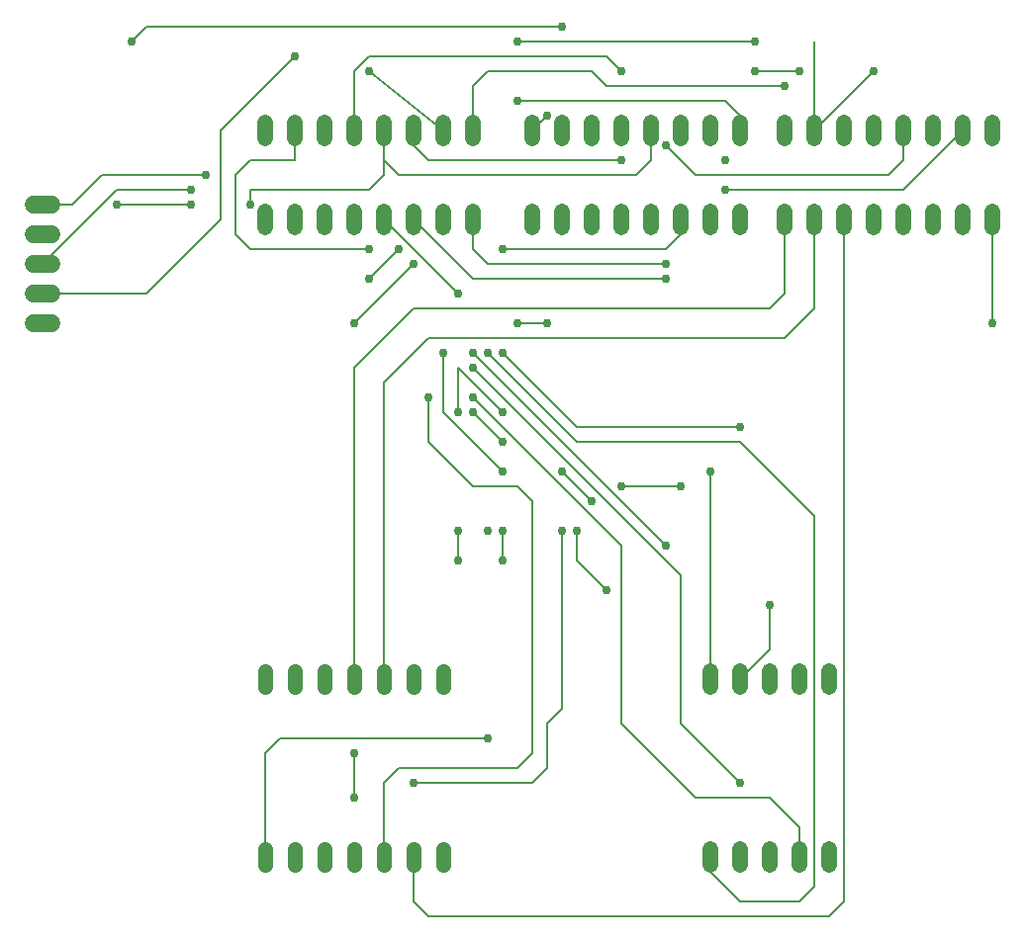
<source format=gbr>
G04 EAGLE Gerber RS-274X export*
G75*
%MOMM*%
%FSLAX34Y34*%
%LPD*%
%INBottom Copper*%
%IPPOS*%
%AMOC8*
5,1,8,0,0,1.08239X$1,22.5*%
G01*
%ADD10C,1.320800*%
%ADD11C,1.524000*%
%ADD12C,1.308000*%
%ADD13C,0.203200*%
%ADD14C,0.756400*%


D10*
X241300Y615696D02*
X241300Y628904D01*
X266700Y628904D02*
X266700Y615696D01*
X393700Y615696D02*
X393700Y628904D01*
X419100Y628904D02*
X419100Y615696D01*
X292100Y615696D02*
X292100Y628904D01*
X317500Y628904D02*
X317500Y615696D01*
X368300Y615696D02*
X368300Y628904D01*
X342900Y628904D02*
X342900Y615696D01*
X419100Y691896D02*
X419100Y705104D01*
X393700Y705104D02*
X393700Y691896D01*
X368300Y691896D02*
X368300Y705104D01*
X342900Y705104D02*
X342900Y691896D01*
X317500Y691896D02*
X317500Y705104D01*
X292100Y705104D02*
X292100Y691896D01*
X266700Y691896D02*
X266700Y705104D01*
X241300Y705104D02*
X241300Y691896D01*
X469900Y628904D02*
X469900Y615696D01*
X495300Y615696D02*
X495300Y628904D01*
X622300Y628904D02*
X622300Y615696D01*
X647700Y615696D02*
X647700Y628904D01*
X520700Y628904D02*
X520700Y615696D01*
X546100Y615696D02*
X546100Y628904D01*
X596900Y628904D02*
X596900Y615696D01*
X571500Y615696D02*
X571500Y628904D01*
X647700Y691896D02*
X647700Y705104D01*
X622300Y705104D02*
X622300Y691896D01*
X596900Y691896D02*
X596900Y705104D01*
X571500Y705104D02*
X571500Y691896D01*
X546100Y691896D02*
X546100Y705104D01*
X520700Y705104D02*
X520700Y691896D01*
X495300Y691896D02*
X495300Y705104D01*
X469900Y705104D02*
X469900Y691896D01*
X685800Y628904D02*
X685800Y615696D01*
X711200Y615696D02*
X711200Y628904D01*
X838200Y628904D02*
X838200Y615696D01*
X863600Y615696D02*
X863600Y628904D01*
X736600Y628904D02*
X736600Y615696D01*
X762000Y615696D02*
X762000Y628904D01*
X812800Y628904D02*
X812800Y615696D01*
X787400Y615696D02*
X787400Y628904D01*
X863600Y691896D02*
X863600Y705104D01*
X838200Y705104D02*
X838200Y691896D01*
X812800Y691896D02*
X812800Y705104D01*
X787400Y705104D02*
X787400Y691896D01*
X762000Y691896D02*
X762000Y705104D01*
X736600Y705104D02*
X736600Y691896D01*
X711200Y691896D02*
X711200Y705104D01*
X685800Y705104D02*
X685800Y691896D01*
D11*
X58420Y533400D02*
X43180Y533400D01*
X43180Y558800D02*
X58420Y558800D01*
X58420Y584200D02*
X43180Y584200D01*
X43180Y609600D02*
X58420Y609600D01*
X58420Y635000D02*
X43180Y635000D01*
D12*
X241300Y82740D02*
X241300Y69660D01*
X266700Y69660D02*
X266700Y82740D01*
X292100Y82740D02*
X292100Y69660D01*
X317500Y69660D02*
X317500Y82740D01*
X342900Y82740D02*
X342900Y69660D01*
X368300Y69660D02*
X368300Y82740D01*
X393700Y82740D02*
X393700Y69660D01*
X393700Y222060D02*
X393700Y235140D01*
X368300Y235140D02*
X368300Y222060D01*
X342900Y222060D02*
X342900Y235140D01*
X317500Y235140D02*
X317500Y222060D01*
X292100Y222060D02*
X292100Y235140D01*
X266700Y235140D02*
X266700Y222060D01*
X241300Y222060D02*
X241300Y235140D01*
D10*
X622300Y82804D02*
X622300Y69596D01*
X647700Y69596D02*
X647700Y82804D01*
X673100Y82804D02*
X673100Y69596D01*
X698500Y69596D02*
X698500Y82804D01*
X723900Y82804D02*
X723900Y69596D01*
X723900Y221996D02*
X723900Y235204D01*
X698500Y235204D02*
X698500Y221996D01*
X673100Y221996D02*
X673100Y235204D01*
X647700Y235204D02*
X647700Y221996D01*
X622300Y221996D02*
X622300Y235204D01*
D13*
X863600Y533400D02*
X863600Y622300D01*
D14*
X863600Y533400D03*
X584200Y584200D03*
D13*
X431800Y584200D01*
X419100Y596900D01*
X419100Y622300D01*
X469900Y698500D02*
X482600Y711200D01*
D14*
X482600Y711200D03*
X457200Y774700D03*
D13*
X660400Y774700D01*
D14*
X660400Y774700D03*
X457200Y533400D03*
D13*
X482600Y533400D01*
D14*
X482600Y533400D03*
X444500Y457200D03*
D13*
X406400Y495300D01*
X406400Y457200D01*
D14*
X406400Y457200D03*
X406400Y355600D03*
D13*
X406400Y330200D01*
D14*
X406400Y330200D03*
X317500Y127000D03*
D13*
X317500Y165100D01*
D14*
X317500Y165100D03*
X444500Y330200D03*
D13*
X444500Y355600D01*
D14*
X444500Y355600D03*
X444500Y406400D03*
D13*
X393700Y457200D01*
X393700Y508000D01*
D14*
X393700Y508000D03*
X330200Y571500D03*
D13*
X355600Y596900D01*
D14*
X355600Y596900D03*
X495300Y406400D03*
D13*
X520700Y381000D01*
D14*
X520700Y381000D03*
X495300Y355600D03*
D13*
X495300Y203200D01*
X482600Y190500D01*
X482600Y152400D01*
X469900Y139700D01*
X368300Y139700D01*
D14*
X368300Y139700D03*
D13*
X241300Y165100D02*
X241300Y76200D01*
X241300Y165100D02*
X254000Y177800D01*
X431800Y177800D01*
D14*
X431800Y177800D03*
X533400Y304800D03*
D13*
X508000Y330200D01*
X508000Y355600D01*
D14*
X508000Y355600D03*
D13*
X342900Y139700D02*
X342900Y76200D01*
X342900Y139700D02*
X355600Y152400D01*
X457200Y152400D01*
X469900Y165100D01*
X469900Y381000D02*
X457200Y393700D01*
X419100Y393700D01*
X381000Y431800D01*
X381000Y469900D01*
D14*
X381000Y469900D03*
X317500Y533400D03*
D13*
X368300Y584200D01*
D14*
X368300Y584200D03*
X444500Y596900D03*
D13*
X584200Y596900D01*
X596900Y609600D01*
X596900Y622300D01*
X469900Y381000D02*
X469900Y165100D01*
D14*
X584200Y342900D03*
X419100Y508000D03*
X330200Y596900D03*
D13*
X228600Y596900D01*
X215900Y609600D01*
X215900Y660400D02*
X228600Y673100D01*
X266700Y673100D01*
X266700Y698500D01*
X419100Y508000D02*
X584200Y342900D01*
X215900Y609600D02*
X215900Y660400D01*
D14*
X596900Y393700D03*
D13*
X546100Y393700D01*
D14*
X546100Y393700D03*
X444500Y431800D03*
D13*
X419100Y457200D01*
D14*
X419100Y457200D03*
X419100Y469900D03*
D13*
X546100Y342900D01*
X546100Y190500D01*
X609600Y127000D01*
X673100Y127000D01*
X698500Y101600D01*
X698500Y76200D01*
D14*
X419100Y495300D03*
D13*
X596900Y190500D02*
X647700Y139700D01*
D14*
X647700Y139700D03*
D13*
X596900Y317500D02*
X419100Y495300D01*
X596900Y317500D02*
X596900Y190500D01*
D14*
X431800Y508000D03*
D13*
X508000Y431800D01*
X711200Y368300D02*
X711200Y50800D01*
X698500Y38100D01*
X647700Y38100D01*
X622300Y63500D01*
X622300Y76200D01*
X647700Y431800D02*
X508000Y431800D01*
X647700Y431800D02*
X711200Y368300D01*
X406400Y558800D02*
X342900Y622300D01*
D14*
X406400Y558800D03*
X444500Y508000D03*
D13*
X508000Y444500D01*
X647700Y444500D01*
D14*
X647700Y444500D03*
X673100Y292100D03*
D13*
X673100Y254000D01*
X647700Y228600D01*
X622300Y228600D02*
X622300Y406400D01*
D14*
X622300Y406400D03*
X584200Y571500D03*
D13*
X419100Y571500D01*
X368300Y622300D01*
X711200Y698500D02*
X711200Y774700D01*
D14*
X762000Y749300D03*
D13*
X711200Y698500D01*
X317500Y495300D02*
X317500Y228600D01*
X368300Y546100D02*
X673100Y546100D01*
X685800Y558800D01*
X685800Y622300D01*
X368300Y546100D02*
X317500Y495300D01*
X342900Y482600D02*
X342900Y228600D01*
X342900Y482600D02*
X381000Y520700D01*
X685800Y520700D02*
X711200Y546100D01*
X711200Y622300D01*
X685800Y520700D02*
X381000Y520700D01*
X736600Y622300D02*
X736600Y38100D01*
X723900Y25400D01*
X381000Y25400D01*
X368300Y38100D01*
X368300Y76200D01*
X317500Y698500D02*
X317500Y749300D01*
X330200Y762000D01*
X533400Y762000D01*
X546100Y749300D01*
D14*
X546100Y749300D03*
X190500Y660400D03*
D13*
X101600Y660400D02*
X76200Y635000D01*
X50800Y635000D01*
X101600Y660400D02*
X190500Y660400D01*
D14*
X660400Y749300D03*
D13*
X698500Y749300D01*
D14*
X698500Y749300D03*
D13*
X368300Y698500D02*
X368300Y685800D01*
X381000Y673100D01*
X546100Y673100D01*
D14*
X546100Y673100D03*
X177800Y647700D03*
D13*
X114300Y647700D01*
X50800Y584200D01*
D14*
X457200Y723900D03*
D13*
X635000Y723900D02*
X647700Y711200D01*
X647700Y698500D01*
X635000Y723900D02*
X457200Y723900D01*
X355600Y660400D02*
X342900Y673100D01*
X355600Y660400D02*
X558800Y660400D01*
X571500Y673100D01*
X571500Y698500D01*
X342900Y698500D02*
X342900Y673100D01*
X342900Y660400D02*
X342900Y698500D01*
X342900Y660400D02*
X330200Y647700D01*
X228600Y647700D01*
X228600Y635000D01*
D14*
X228600Y635000D03*
X177800Y635000D03*
D13*
X114300Y635000D01*
D14*
X114300Y635000D03*
X584200Y685800D03*
D13*
X609600Y660400D01*
X774700Y660400D01*
X787400Y673100D01*
X787400Y698500D01*
X419100Y698500D02*
X419100Y736600D01*
X431800Y749300D01*
X520700Y749300D01*
X533400Y736600D01*
X685800Y736600D01*
D14*
X685800Y736600D03*
D13*
X139700Y558800D02*
X50800Y558800D01*
X139700Y558800D02*
X203200Y622300D01*
X203200Y698500D01*
X266700Y762000D01*
X330200Y749300D02*
X393700Y698500D01*
D14*
X330200Y749300D03*
X266700Y762000D03*
D13*
X787400Y647700D02*
X838200Y698500D01*
X787400Y647700D02*
X635000Y647700D01*
D14*
X635000Y647700D03*
X635000Y673100D03*
X127000Y774700D03*
D13*
X139700Y787400D01*
X495300Y787400D01*
D14*
X495300Y787400D03*
X431800Y355600D03*
M02*

</source>
